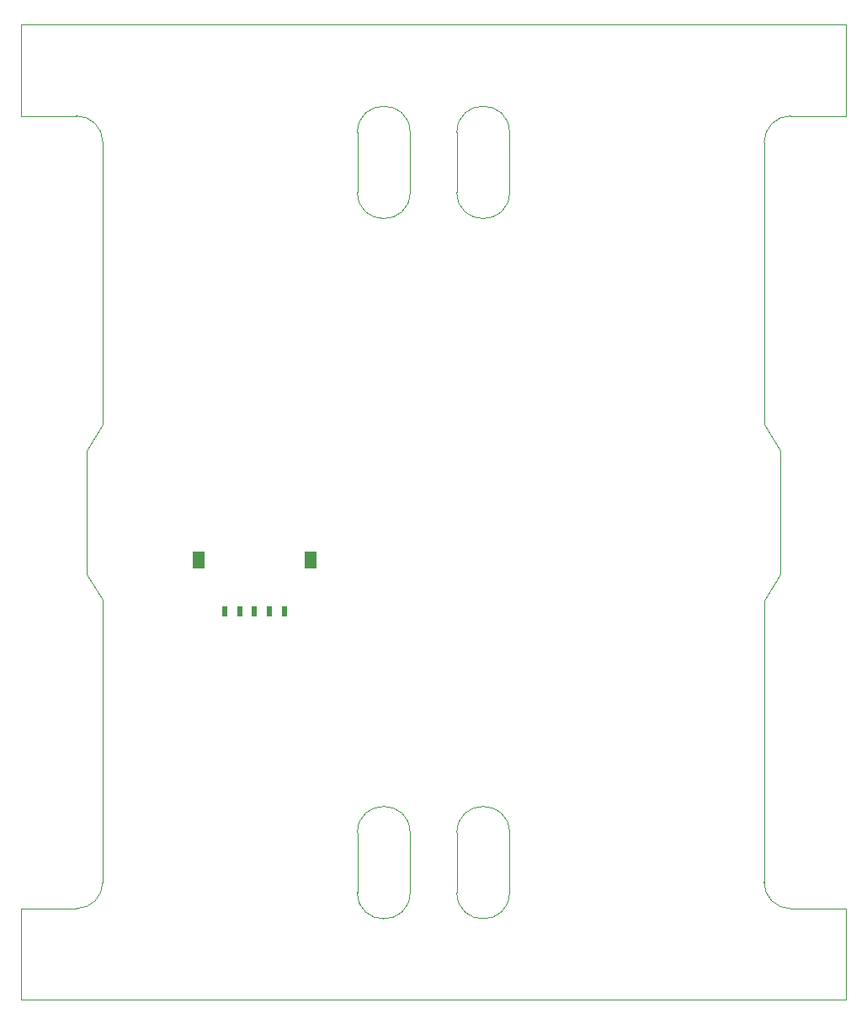
<source format=gbr>
%TF.GenerationSoftware,KiCad,Pcbnew,7.0.5*%
%TF.CreationDate,2023-06-21T15:03:31-07:00*%
%TF.ProjectId,solar-panel-NoCutout,736f6c61-722d-4706-916e-656c2d4e6f43,3.0*%
%TF.SameCoordinates,Original*%
%TF.FileFunction,Paste,Bot*%
%TF.FilePolarity,Positive*%
%FSLAX46Y46*%
G04 Gerber Fmt 4.6, Leading zero omitted, Abs format (unit mm)*
G04 Created by KiCad (PCBNEW 7.0.5) date 2023-06-21 15:03:31*
%MOMM*%
%LPD*%
G01*
G04 APERTURE LIST*
%ADD10R,0.600000X1.000000*%
%ADD11R,1.250000X1.800000*%
%TA.AperFunction,Profile*%
%ADD12C,0.050000*%
%TD*%
G04 APERTURE END LIST*
D10*
%TO.C,J1*%
X123500000Y-124750000D03*
X125000000Y-124750000D03*
X126499999Y-124750000D03*
X128000001Y-124750000D03*
X129500001Y-124750000D03*
D11*
X120895001Y-119560000D03*
X132104999Y-119560000D03*
%TD*%
D12*
X136850000Y-153000000D02*
X136850000Y-147000000D01*
X142150000Y-153000000D02*
X142150000Y-147000000D01*
X146850000Y-147000000D02*
X146850000Y-153000000D01*
X152150000Y-153000000D02*
X152150000Y-147000000D01*
X142150000Y-76600000D02*
X142150000Y-82600000D01*
X136850000Y-76600000D02*
X136850000Y-82600000D01*
X146850000Y-76600000D02*
X146850000Y-82600000D01*
X152150000Y-76600000D02*
X152150000Y-82600000D01*
X186000000Y-65750000D02*
X103000000Y-65750000D01*
X108580000Y-74920000D02*
X103000000Y-74920000D01*
X111239937Y-77570000D02*
G75*
G03*
X108580000Y-74920001I-2644937J5100D01*
G01*
X103000000Y-65750000D02*
X103000000Y-74920000D01*
X103000000Y-154620000D02*
X103000000Y-163750000D01*
X136850000Y-82600000D02*
G75*
G03*
X142150000Y-82600000I2650000J0D01*
G01*
X186000000Y-74925000D02*
X180420000Y-74925000D01*
X152150000Y-76600000D02*
G75*
G03*
X146850000Y-76600000I-2650000J0D01*
G01*
X186000000Y-74925000D02*
X186000000Y-65750000D01*
X142150000Y-76600000D02*
G75*
G03*
X136850000Y-76600000I-2650000J0D01*
G01*
X111240000Y-123595000D02*
X111240000Y-151970000D01*
X109650000Y-108545000D02*
X109650000Y-120995000D01*
X109650000Y-120995000D02*
X111240000Y-123595000D01*
X103000000Y-163750000D02*
X186000000Y-163750000D01*
X142150000Y-147000000D02*
G75*
G03*
X136850000Y-147000000I-2650000J0D01*
G01*
X186000000Y-163750000D02*
X186000000Y-154625000D01*
X136850000Y-153000000D02*
G75*
G03*
X142150000Y-153000000I2650000J0D01*
G01*
X180420000Y-74925039D02*
G75*
G03*
X177760001Y-77575000I-15100J-2644861D01*
G01*
X109650000Y-108545000D02*
X111240000Y-105945000D01*
X177760000Y-105950000D02*
X179350000Y-108550000D01*
X177760000Y-77575000D02*
X177760000Y-105950000D01*
X152150000Y-147000000D02*
G75*
G03*
X146850000Y-147000000I-2650000J0D01*
G01*
X108580000Y-154619961D02*
G75*
G03*
X111239999Y-151970000I15000J2644961D01*
G01*
X179350000Y-108550000D02*
X179350000Y-121000000D01*
X146850000Y-153000000D02*
G75*
G03*
X152150000Y-153000000I2650000J0D01*
G01*
X111240000Y-77570000D02*
X111240000Y-105945000D01*
X177759964Y-151975000D02*
G75*
G03*
X180420000Y-154624999I2645136J-4900D01*
G01*
X103000000Y-154620000D02*
X108580000Y-154620000D01*
X146850000Y-82600000D02*
G75*
G03*
X152150000Y-82600000I2650000J0D01*
G01*
X177760000Y-123600000D02*
X177760000Y-151975000D01*
X177760000Y-123600000D02*
X179350000Y-121000000D01*
X180420000Y-154625000D02*
X186000000Y-154625000D01*
M02*

</source>
